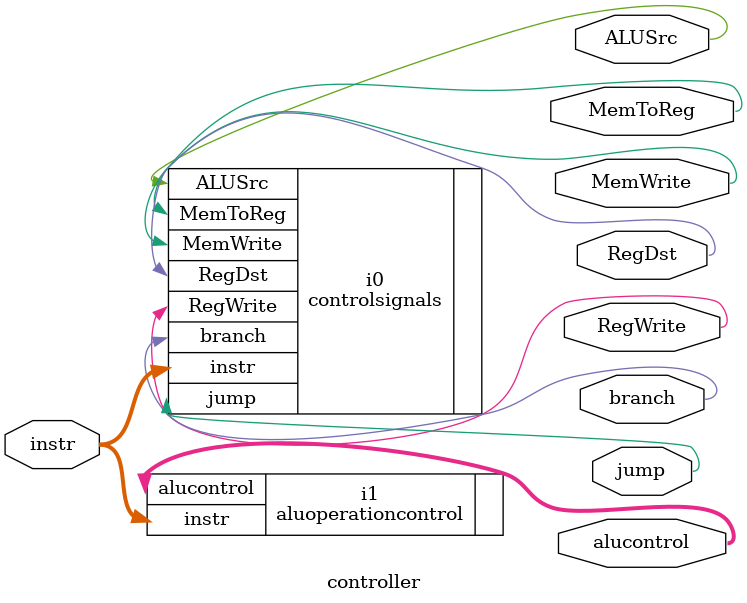
<source format=v>
`include "controlsignals.v"
`include "aluoperationcontrol.v"
module controller (
	input  [31:0] instr,
	output branch,jump,MemToReg, MemWrite,RegDst,RegWrite,
	output [ 2:0] alucontrol,
	output ALUSrc
);
	controlsignals i0 (
		.instr(instr),.branch(branch), .jump(jump), .MemToReg(MemToReg), .MemWrite(MemWrite), .RegDst(RegDst), .RegWrite(RegWrite), .ALUSrc(ALUSrc)
	);
	aluoperationcontrol i1 (.instr(instr), .alucontrol(alucontrol));
endmodule

</source>
